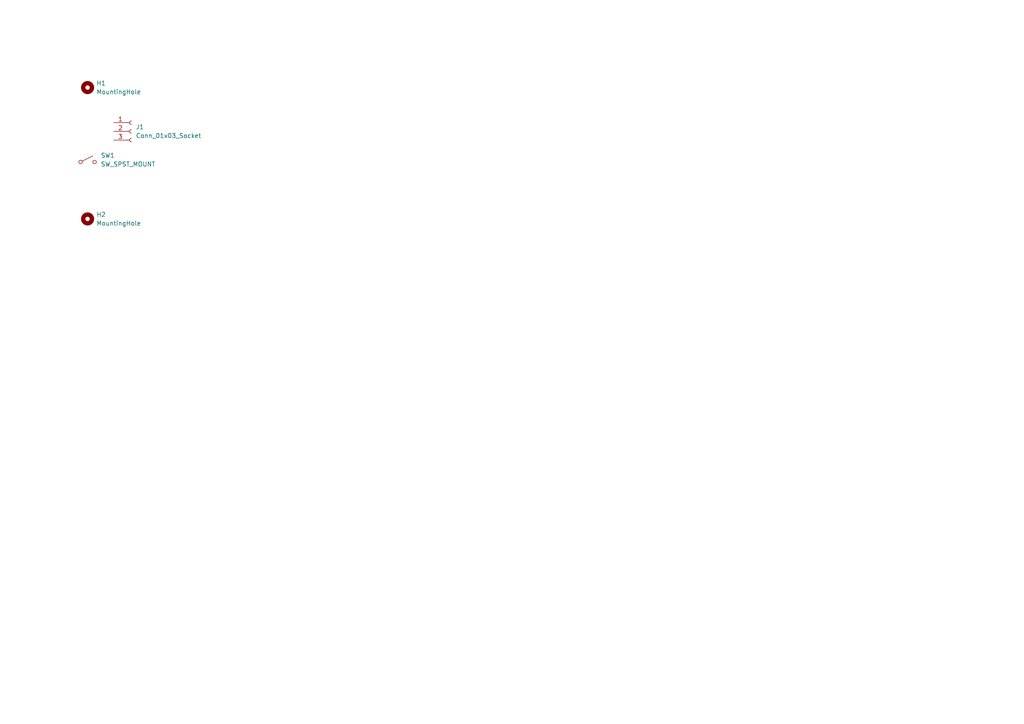
<source format=kicad_sch>
(kicad_sch (version 20231120) (generator "eeschema") (generator_version "8.0")
  (paper "A4")
  (lib_symbols
    (symbol "Connector:Conn_01x03_Socket" (pin_names (offset 1.016) hide)
      (property "Reference" "J" (at 0 5.08 0))
      (property "Value" "Conn_01x03_Socket" (at 0 -5.08 0))
      (symbol "Conn_01x03_Socket_1_1"
        (arc (start 0 -2.032) (mid -0.5058 -2.54) (end 0 -3.048) (stroke (width 0.1524)))
        (polyline (pts (xy -1.27 -2.54) (xy -0.508 -2.54)) (stroke (width 0.1524)))
        (polyline (pts (xy -1.27 0) (xy -0.508 0)) (stroke (width 0.1524)))
        (polyline (pts (xy -1.27 2.54) (xy -0.508 2.54)) (stroke (width 0.1524)))
        (arc (start 0 0.508) (mid -0.5058 0) (end 0 -0.508) (stroke (width 0.1524)))
        (arc (start 0 3.048) (mid -0.5058 2.54) (end 0 2.032) (stroke (width 0.1524)))
        (pin passive line (at -5.08 2.54 0) (length 3.81) (name "Pin_1") (number "1"))
        (pin passive line (at -5.08 0 0) (length 3.81) (name "Pin_2") (number "2"))
        (pin passive line (at -5.08 -2.54 0) (length 3.81) (name "Pin_3") (number "3"))
      )
    )
    (symbol "EXC:SW_SPST_MOUNT" (pin_names (offset 0) hide)
      (property "Reference" "SW" (at 0 3.175 0))
      (property "Value" "SW_SPST_MOUNT" (at 0 -2.54 0))
      (symbol "SW_SPST_MOUNT_0_0"
        (circle (center -2.032 0) (radius 0.508))
        (polyline (pts (xy -1.524 0.254) (xy 1.524 1.778)))
        (circle (center 2.032 0) (radius 0.508))
      )
    )
    (symbol "Mechanical:MountingHole" (pin_names (offset 1.016)) (exclude_from_sim yes) (in_bom no)
      (property "Reference" "H" (at 0 5.08 0))
      (property "Value" "MountingHole" (at 0 3.175 0))
      (symbol "MountingHole_0_1"
        (circle (center 0 0) (radius 1.27) (stroke (width 1.27)))
      )
    )
  )
  (symbol (lib_id "Mechanical:MountingHole") (at 25.4 63.5 0) (unit 1) (exclude_from_sim yes) (in_bom no)
    (property "Reference" "H2" (at 27.94 62.2299 0) (effects (justify left)))
    (property "Value" "MountingHole" (at 27.94 64.7699 0) (effects (justify left)))
    (property "Footprint" "MountingHole:MountingHole_3.2mm_M3" (effects (hide yes)))
    (property "Description" "Mounting Hole without connection" (effects (hide yes)))
  )
  (symbol (lib_id "Connector:Conn_01x03_Socket") (at 38.1 38.1 0) (unit 1)
    (property "Reference" "J1" (at 39.37 36.8299 0) (effects (justify left)))
    (property "Value" "Conn_01x03_Socket" (at 39.37 39.3699 0) (effects (justify left)))
    (property "Footprint" "Connector_PinSocket_2.54mm:PinSocket_1x03_P2.54mm_Vertical" (effects (hide yes)))
    (property "Description" "Generic connector, single row, 01x03, script generated" (effects (hide yes)))
  )
  (symbol (lib_id "Mechanical:MountingHole") (at 25.4 25.4 0) (unit 1) (exclude_from_sim yes) (in_bom no)
    (property "Reference" "H1" (at 27.94 24.1299 0) (effects (justify left)))
    (property "Value" "MountingHole" (at 27.94 26.6699 0) (effects (justify left)))
    (property "Footprint" "MountingHole:MountingHole_3.2mm_M3" (effects (hide yes)))
    (property "Description" "Mounting Hole without connection" (effects (hide yes)))
  )
  (symbol (lib_id "EXC:SW_SPST_MOUNT") (at 25.4 46.99 0) (unit 1)
    (property "Reference" "SW1" (at 29.21 45.0849 0) (effects (justify left)))
    (property "Value" "SW_SPST_MOUNT" (at 29.21 47.6249 0) (effects (justify left)))
    (property "Footprint" "EXC:Illuminated_Toggle_Switch_M12" (effects (hide yes)))
    (property "Description" "Single Pole Single Throw (SPST) switch" (effects (hide yes)))
  )
)
</source>
